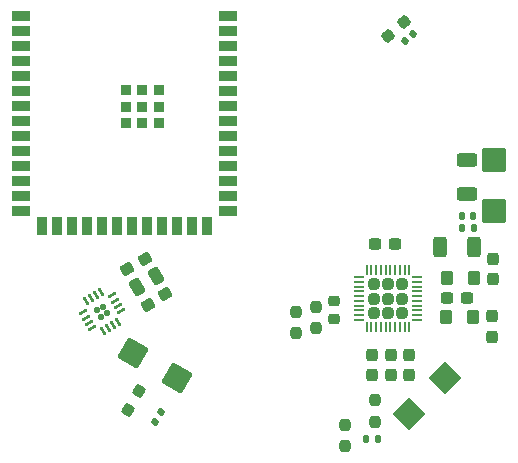
<source format=gbr>
%TF.GenerationSoftware,KiCad,Pcbnew,8.0.5*%
%TF.CreationDate,2025-01-09T20:35:52+01:00*%
%TF.ProjectId,test,74657374-2e6b-4696-9361-645f70636258,rev?*%
%TF.SameCoordinates,PX517370cPY341b1c8*%
%TF.FileFunction,Paste,Bot*%
%TF.FilePolarity,Positive*%
%FSLAX46Y46*%
G04 Gerber Fmt 4.6, Leading zero omitted, Abs format (unit mm)*
G04 Created by KiCad (PCBNEW 8.0.5) date 2025-01-09 20:35:52*
%MOMM*%
%LPD*%
G01*
G04 APERTURE LIST*
G04 Aperture macros list*
%AMRoundRect*
0 Rectangle with rounded corners*
0 $1 Rounding radius*
0 $2 $3 $4 $5 $6 $7 $8 $9 X,Y pos of 4 corners*
0 Add a 4 corners polygon primitive as box body*
4,1,4,$2,$3,$4,$5,$6,$7,$8,$9,$2,$3,0*
0 Add four circle primitives for the rounded corners*
1,1,$1+$1,$2,$3*
1,1,$1+$1,$4,$5*
1,1,$1+$1,$6,$7*
1,1,$1+$1,$8,$9*
0 Add four rect primitives between the rounded corners*
20,1,$1+$1,$2,$3,$4,$5,0*
20,1,$1+$1,$4,$5,$6,$7,0*
20,1,$1+$1,$6,$7,$8,$9,0*
20,1,$1+$1,$8,$9,$2,$3,0*%
G04 Aperture macros list end*
%ADD10RoundRect,0.250000X0.312500X0.625000X-0.312500X0.625000X-0.312500X-0.625000X0.312500X-0.625000X0*%
%ADD11RoundRect,0.147500X-0.147500X-0.172500X0.147500X-0.172500X0.147500X0.172500X-0.147500X0.172500X0*%
%ADD12RoundRect,0.140000X-0.140000X-0.170000X0.140000X-0.170000X0.140000X0.170000X-0.140000X0.170000X0*%
%ADD13RoundRect,0.237500X-0.237500X0.300000X-0.237500X-0.300000X0.237500X-0.300000X0.237500X0.300000X0*%
%ADD14RoundRect,0.100000X-0.900000X0.900000X-0.900000X-0.900000X0.900000X-0.900000X0.900000X0.900000X0*%
%ADD15RoundRect,0.237500X0.237500X-0.250000X0.237500X0.250000X-0.237500X0.250000X-0.237500X-0.250000X0*%
%ADD16RoundRect,0.237500X0.237500X-0.300000X0.237500X0.300000X-0.237500X0.300000X-0.237500X-0.300000X0*%
%ADD17RoundRect,0.237500X-0.141058X-0.355681X0.378558X-0.055681X0.141058X0.355681X-0.378558X0.055681X0*%
%ADD18RoundRect,0.225000X-0.250000X0.225000X-0.250000X-0.225000X0.250000X-0.225000X0.250000X0.225000X0*%
%ADD19RoundRect,0.250000X0.020994X-0.536362X0.454006X-0.286362X-0.020994X0.536362X-0.454006X0.286362X0*%
%ADD20RoundRect,0.237500X-0.038849X-0.342632X0.344173X-0.021239X0.038849X0.342632X-0.344173X0.021239X0*%
%ADD21R,0.900000X0.900000*%
%ADD22R,1.500000X0.900000*%
%ADD23R,0.900000X1.500000*%
%ADD24RoundRect,0.125000X-0.170753X0.045753X-0.045753X-0.170753X0.170753X-0.045753X0.045753X0.170753X0*%
%ADD25RoundRect,0.062500X-0.229127X0.271859X0.120873X-0.334359X0.229127X-0.271859X-0.120873X0.334359X0*%
%ADD26RoundRect,0.062500X-0.334359X-0.120873X-0.271859X-0.229127X0.334359X0.120873X0.271859X0.229127X0*%
%ADD27RoundRect,0.100000X-1.229423X-0.329423X0.329423X-1.229423X1.229423X0.329423X-0.329423X1.229423X0*%
%ADD28RoundRect,0.250000X0.625000X-0.312500X0.625000X0.312500X-0.625000X0.312500X-0.625000X-0.312500X0*%
%ADD29RoundRect,0.140000X-0.002028X0.220218X-0.216520X0.040237X0.002028X-0.220218X0.216520X-0.040237X0*%
%ADD30RoundRect,0.242500X-0.242500X-0.242500X0.242500X-0.242500X0.242500X0.242500X-0.242500X0.242500X0*%
%ADD31RoundRect,0.062500X-0.350000X-0.062500X0.350000X-0.062500X0.350000X0.062500X-0.350000X0.062500X0*%
%ADD32RoundRect,0.062500X-0.062500X-0.350000X0.062500X-0.350000X0.062500X0.350000X-0.062500X0.350000X0*%
%ADD33RoundRect,0.237500X-0.080681X0.335256X-0.330681X-0.097756X0.080681X-0.335256X0.330681X0.097756X0*%
%ADD34RoundRect,0.237500X-0.300000X-0.237500X0.300000X-0.237500X0.300000X0.237500X-0.300000X0.237500X0*%
%ADD35RoundRect,0.250000X-0.275000X-0.350000X0.275000X-0.350000X0.275000X0.350000X-0.275000X0.350000X0*%
%ADD36RoundRect,0.100000X0.000000X-1.272792X1.272792X0.000000X0.000000X1.272792X-1.272792X0.000000X0*%
%ADD37RoundRect,0.140000X0.077224X-0.206244X0.217224X0.036244X-0.077224X0.206244X-0.217224X-0.036244X0*%
G04 APERTURE END LIST*
D10*
%TO.C,NC5*%
X17862500Y-4400000D03*
X14937500Y-4400000D03*
%TD*%
D11*
%TO.C,D1*%
X8705000Y-20670000D03*
X9675000Y-20670000D03*
%TD*%
D12*
%TO.C,C12*%
X16840000Y-2780000D03*
X17800000Y-2780000D03*
%TD*%
D13*
%TO.C,C19*%
X19420000Y-5397500D03*
X19420000Y-7122500D03*
%TD*%
D14*
%TO.C,3v3J1*%
X19570000Y2943600D03*
X19570000Y-1323600D03*
%TD*%
D15*
%TO.C,R16*%
X6920000Y-21262500D03*
X6920000Y-19437500D03*
%TD*%
D16*
%TO.C,C16*%
X10830000Y-15242500D03*
X10830000Y-13517500D03*
%TD*%
D15*
%TO.C,R11*%
X9480000Y-19190000D03*
X9480000Y-17365000D03*
%TD*%
D17*
%TO.C,C6*%
X-11516947Y-6251250D03*
X-10023053Y-5388750D03*
%TD*%
%TO.C,C7*%
X-9786947Y-9271250D03*
X-8293053Y-8408750D03*
%TD*%
D18*
%TO.C,C14*%
X6010000Y-8975000D03*
X6010000Y-10525000D03*
%TD*%
D19*
%TO.C,C8*%
X-10695777Y-7765000D03*
X-9050329Y-6815000D03*
%TD*%
D20*
%TO.C,R14*%
X10518484Y13453456D03*
X11916516Y14626544D03*
%TD*%
D21*
%TO.C,U2*%
X-8845000Y6060000D03*
X-8845000Y7460000D03*
X-8845000Y8860000D03*
X-10245000Y6060000D03*
X-10245000Y7460000D03*
X-10245000Y8860000D03*
X-11645000Y6060000D03*
X-11645000Y7460000D03*
X-11645000Y8860000D03*
D22*
X-2995000Y15180000D03*
X-2995000Y13910000D03*
X-2995000Y12640000D03*
X-2995000Y11370000D03*
X-2995000Y10100000D03*
X-2995000Y8830000D03*
X-2995000Y7560000D03*
X-2995000Y6290000D03*
X-2995000Y5020000D03*
X-2995000Y3750000D03*
X-2995000Y2480000D03*
X-2995000Y1210000D03*
X-2995000Y-60000D03*
X-2995000Y-1330000D03*
D23*
X-4760000Y-2580000D03*
X-6030000Y-2580000D03*
X-7300000Y-2580000D03*
X-8570000Y-2580000D03*
X-9840000Y-2580000D03*
X-11110000Y-2580000D03*
X-12380000Y-2580000D03*
X-13650000Y-2580000D03*
X-14920000Y-2580000D03*
X-16190000Y-2580000D03*
X-17460000Y-2580000D03*
X-18730000Y-2580000D03*
D22*
X-20495000Y-1330000D03*
X-20495000Y-60000D03*
X-20495000Y1210000D03*
X-20495000Y2480000D03*
X-20495000Y3750000D03*
X-20495000Y5020000D03*
X-20495000Y6290000D03*
X-20495000Y7560000D03*
X-20495000Y8830000D03*
X-20495000Y10100000D03*
X-20495000Y11370000D03*
X-20495000Y12640000D03*
X-20495000Y13910000D03*
X-20495000Y15180000D03*
%TD*%
D24*
%TO.C,U1*%
X-13553066Y-9443064D03*
X-14090001Y-9753065D03*
X-13243065Y-9979999D03*
X-13780000Y-10290000D03*
D25*
X-15034801Y-8996620D03*
X-14601791Y-8746620D03*
X-14168776Y-8496619D03*
X-13735763Y-8246621D03*
D26*
X-12796621Y-8498264D03*
X-12546621Y-8931274D03*
X-12296620Y-9364289D03*
X-12046622Y-9797302D03*
D25*
X-12298265Y-10736444D03*
X-12731275Y-10986444D03*
X-13164290Y-11236445D03*
X-13597303Y-11486443D03*
D26*
X-14536445Y-11234800D03*
X-14786445Y-10801790D03*
X-15036446Y-10368775D03*
X-15286444Y-9935762D03*
%TD*%
D27*
%TO.C,J1*%
X-11027753Y-13353201D03*
X-7332249Y-15486800D03*
%TD*%
D15*
%TO.C,R9*%
X2800000Y-11702500D03*
X2800000Y-9877500D03*
%TD*%
D28*
%TO.C,NC1*%
X17250000Y67500D03*
X17250000Y2992500D03*
%TD*%
D12*
%TO.C,C11*%
X16820000Y-1800000D03*
X17780000Y-1800000D03*
%TD*%
D16*
%TO.C,C15*%
X9200000Y-15252500D03*
X9200000Y-13527500D03*
%TD*%
D29*
%TO.C,C28*%
X12697701Y13638538D03*
X11962299Y13021462D03*
%TD*%
D30*
%TO.C,U5*%
X9360000Y-7560000D03*
X9360000Y-8760000D03*
X9360000Y-9960000D03*
X10560000Y-7560000D03*
X10560000Y-8760000D03*
X10560000Y-9960000D03*
X11760000Y-7560000D03*
X11760000Y-8760000D03*
X11760000Y-9960000D03*
D31*
X8122500Y-10560000D03*
X8122500Y-10160000D03*
X8122500Y-9760000D03*
X8122500Y-9360000D03*
X8122500Y-8960000D03*
X8122500Y-8560000D03*
X8122500Y-8160000D03*
X8122500Y-7760000D03*
X8122500Y-7360000D03*
X8122500Y-6960000D03*
D32*
X8760000Y-6322500D03*
X9160000Y-6322500D03*
X9560000Y-6322500D03*
X9960000Y-6322500D03*
X10360000Y-6322500D03*
X10760000Y-6322500D03*
X11160000Y-6322500D03*
X11560000Y-6322500D03*
X11960000Y-6322500D03*
X12360000Y-6322500D03*
D31*
X12997500Y-6960000D03*
X12997500Y-7360000D03*
X12997500Y-7760000D03*
X12997500Y-8160000D03*
X12997500Y-8560000D03*
X12997500Y-8960000D03*
X12997500Y-9360000D03*
X12997500Y-9760000D03*
X12997500Y-10160000D03*
X12997500Y-10560000D03*
D32*
X12360000Y-11197500D03*
X11960000Y-11197500D03*
X11560000Y-11197500D03*
X11160000Y-11197500D03*
X10760000Y-11197500D03*
X10360000Y-11197500D03*
X9960000Y-11197500D03*
X9560000Y-11197500D03*
X9160000Y-11197500D03*
X8760000Y-11197500D03*
%TD*%
D33*
%TO.C,R13*%
X-10503750Y-16589752D03*
X-11416250Y-18170248D03*
%TD*%
D34*
%TO.C,C18*%
X9465000Y-4130000D03*
X11190000Y-4130000D03*
%TD*%
D16*
%TO.C,C22*%
X19350000Y-12002500D03*
X19350000Y-10277500D03*
%TD*%
D15*
%TO.C,R8*%
X4490000Y-11282500D03*
X4490000Y-9457500D03*
%TD*%
D35*
%TO.C,L1*%
X15540000Y-7060000D03*
X17840000Y-7060000D03*
%TD*%
D16*
%TO.C,C17*%
X12300000Y-15240000D03*
X12300000Y-13515000D03*
%TD*%
D36*
%TO.C,BAT1*%
X12377238Y-18514604D03*
X15394604Y-15497238D03*
%TD*%
D35*
%TO.C,L2*%
X15470000Y-10340000D03*
X17770000Y-10340000D03*
%TD*%
D37*
%TO.C,C34*%
X-9130000Y-19205692D03*
X-8650000Y-18374308D03*
%TD*%
D34*
%TO.C,C20*%
X15517500Y-8700000D03*
X17242500Y-8700000D03*
%TD*%
M02*

</source>
